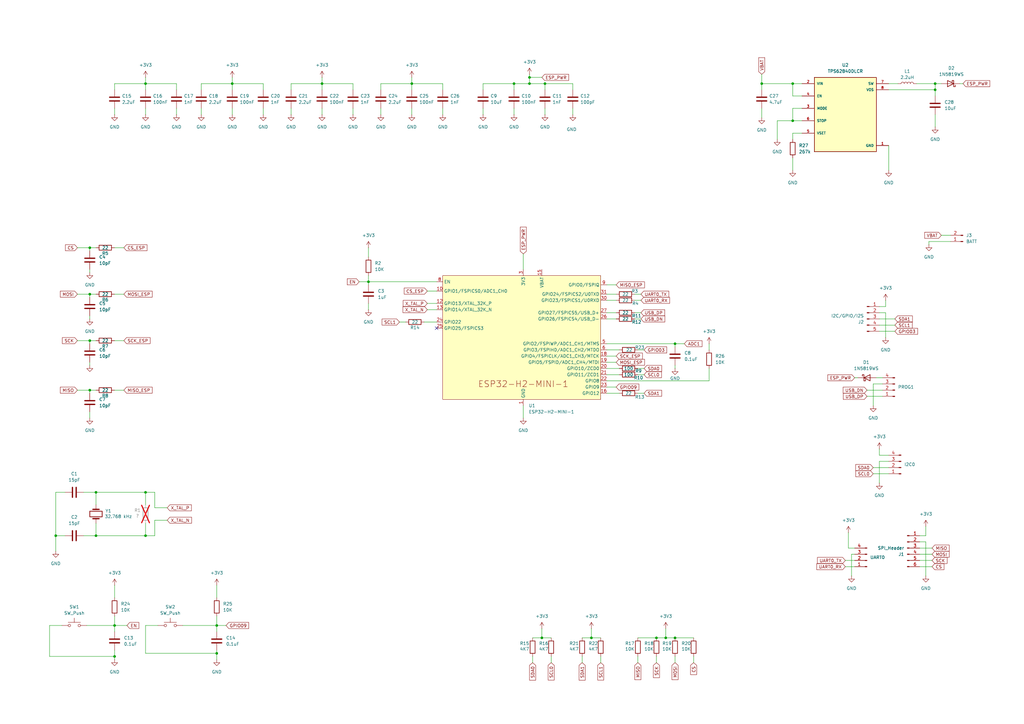
<source format=kicad_sch>
(kicad_sch (version 20231120) (generator "eeschema") (generator_version "8.0")
  (paper "A3")
  (junction (at 39.37 219.71))
  (junction (at 223.52 34.29))
  (junction (at 59.69 201.93))
  (junction (at 325.12 34.29))
  (junction (at 151.13 115.57))
  (junction (at 273.05 261.62))
  (junction (at 36.83 139.7))
  (junction (at 88.9 256.54))
  (junction (at 39.37 201.93))
  (junction (at 242.57 261.62))
  (junction (at 46.99 256.54))
  (junction (at 217.17 34.29))
  (junction (at 276.86 140.97))
  (junction (at 325.12 49.53))
  (junction (at 132.08 34.29))
  (junction (at 383.54 36.83))
  (junction (at 269.24 261.62))
  (junction (at 210.82 34.29))
  (junction (at 59.69 219.71))
  (junction (at 276.86 261.62))
  (junction (at 88.9 267.97))
  (junction (at 383.54 34.29))
  (junction (at 36.83 120.65))
  (junction (at 36.83 160.02))
  (junction (at 22.86 219.71))
  (junction (at 168.91 34.29))
  (junction (at 217.17 31.75))
  (junction (at 222.25 261.62))
  (junction (at 95.25 34.29))
  (junction (at 36.83 101.6))
  (junction (at 312.42 34.29))
  (junction (at 59.69 34.29))
  (junction (at 46.99 269.24))
  (no_connect (at 179.07 134.62))
  (wire (pts (xy 248.92 143.51) (xy 254 143.51)))
  (wire (pts (xy 46.99 266.7) (xy 46.99 269.24)))
  (wire (pts (xy 383.54 34.29) (xy 386.08 34.29)))
  (wire (pts (xy 363.22 128.27) (xy 363.22 138.43)))
  (wire (pts (xy 377.19 227.33) (xy 382.27 227.33)))
  (wire (pts (xy 261.62 153.67) (xy 264.16 153.67)))
  (wire (pts (xy 383.54 46.99) (xy 383.54 52.07)))
  (wire (pts (xy 276.86 151.13) (xy 276.86 149.86)))
  (wire (pts (xy 156.21 44.45) (xy 156.21 46.99)))
  (wire (pts (xy 46.99 256.54) (xy 52.07 256.54)))
  (wire (pts (xy 248.92 123.19) (xy 252.73 123.19)))
  (wire (pts (xy 223.52 44.45) (xy 223.52 46.99)))
  (wire (pts (xy 132.08 44.45) (xy 132.08 46.99)))
  (wire (pts (xy 234.95 36.83) (xy 234.95 34.29)))
  (wire (pts (xy 379.73 219.71) (xy 379.73 215.9)))
  (wire (pts (xy 88.9 256.54) (xy 88.9 259.08)))
  (wire (pts (xy 20.32 256.54) (xy 20.32 269.24)))
  (wire (pts (xy 74.93 256.54) (xy 88.9 256.54)))
  (wire (pts (xy 248.92 128.27) (xy 252.73 128.27)))
  (wire (pts (xy 59.69 34.29) (xy 59.69 36.83)))
  (wire (pts (xy 325.12 44.45) (xy 325.12 49.53)))
  (wire (pts (xy 379.73 236.22) (xy 379.73 222.25)))
  (wire (pts (xy 377.19 232.41) (xy 382.27 232.41)))
  (wire (pts (xy 59.69 34.29) (xy 72.39 34.29)))
  (wire (pts (xy 20.32 256.54) (xy 25.4 256.54)))
  (wire (pts (xy 36.83 139.7) (xy 39.37 139.7)))
  (wire (pts (xy 261.62 143.51) (xy 264.16 143.51)))
  (wire (pts (xy 360.68 189.23) (xy 360.68 198.12)))
  (wire (pts (xy 132.08 34.29) (xy 132.08 36.83)))
  (wire (pts (xy 36.83 101.6) (xy 39.37 101.6)))
  (wire (pts (xy 222.25 261.62) (xy 222.25 257.81)))
  (wire (pts (xy 377.19 229.87) (xy 382.27 229.87)))
  (wire (pts (xy 95.25 31.75) (xy 95.25 34.29)))
  (wire (pts (xy 88.9 252.73) (xy 88.9 256.54)))
  (wire (pts (xy 36.83 148.59) (xy 36.83 149.86)))
  (wire (pts (xy 346.71 229.87) (xy 350.52 229.87)))
  (wire (pts (xy 261.62 161.29) (xy 264.16 161.29)))
  (wire (pts (xy 210.82 34.29) (xy 217.17 34.29)))
  (wire (pts (xy 156.21 34.29) (xy 168.91 34.29)))
  (wire (pts (xy 46.99 240.03) (xy 46.99 245.11)))
  (wire (pts (xy 273.05 257.81) (xy 273.05 261.62)))
  (wire (pts (xy 88.9 256.54) (xy 92.71 256.54)))
  (wire (pts (xy 181.61 44.45) (xy 181.61 46.99)))
  (wire (pts (xy 325.12 64.77) (xy 325.12 69.85)))
  (wire (pts (xy 364.49 69.85) (xy 364.49 59.69)))
  (wire (pts (xy 46.99 36.83) (xy 46.99 34.29)))
  (wire (pts (xy 273.05 261.62) (xy 269.24 261.62)))
  (wire (pts (xy 31.75 101.6) (xy 36.83 101.6)))
  (wire (pts (xy 248.92 151.13) (xy 254 151.13)))
  (wire (pts (xy 46.99 34.29) (xy 59.69 34.29)))
  (wire (pts (xy 95.25 44.45) (xy 95.25 46.99)))
  (wire (pts (xy 151.13 115.57) (xy 151.13 113.03)))
  (wire (pts (xy 226.06 269.24) (xy 226.06 271.78)))
  (wire (pts (xy 261.62 151.13) (xy 264.16 151.13)))
  (wire (pts (xy 36.83 110.49) (xy 36.83 111.76)))
  (wire (pts (xy 119.38 44.45) (xy 119.38 46.99)))
  (wire (pts (xy 46.99 44.45) (xy 46.99 46.99)))
  (wire (pts (xy 119.38 36.83) (xy 119.38 34.29)))
  (wire (pts (xy 22.86 201.93) (xy 22.86 219.71)))
  (wire (pts (xy 328.93 34.29) (xy 325.12 34.29)))
  (wire (pts (xy 276.86 269.24) (xy 276.86 271.78)))
  (wire (pts (xy 31.75 120.65) (xy 36.83 120.65)))
  (wire (pts (xy 248.92 120.65) (xy 252.73 120.65)))
  (wire (pts (xy 88.9 267.97) (xy 88.9 270.51)))
  (wire (pts (xy 217.17 34.29) (xy 223.52 34.29)))
  (wire (pts (xy 328.93 54.61) (xy 325.12 54.61)))
  (wire (pts (xy 210.82 44.45) (xy 210.82 46.99)))
  (wire (pts (xy 248.92 116.84) (xy 252.73 116.84)))
  (wire (pts (xy 88.9 240.03) (xy 88.9 245.11)))
  (wire (pts (xy 63.5 201.93) (xy 59.69 201.93)))
  (wire (pts (xy 318.77 49.53) (xy 318.77 57.15)))
  (wire (pts (xy 349.25 227.33) (xy 349.25 236.22)))
  (wire (pts (xy 82.55 44.45) (xy 82.55 46.99)))
  (wire (pts (xy 234.95 34.29) (xy 223.52 34.29)))
  (wire (pts (xy 261.62 269.24) (xy 261.62 271.78)))
  (wire (pts (xy 284.48 269.24) (xy 284.48 271.78)))
  (wire (pts (xy 248.92 146.05) (xy 252.73 146.05)))
  (wire (pts (xy 360.68 130.81) (xy 367.03 130.81)))
  (wire (pts (xy 46.99 120.65) (xy 50.8 120.65)))
  (wire (pts (xy 82.55 36.83) (xy 82.55 34.29)))
  (wire (pts (xy 355.6 160.02) (xy 361.95 160.02)))
  (wire (pts (xy 276.86 261.62) (xy 284.48 261.62)))
  (wire (pts (xy 151.13 124.46) (xy 151.13 127)))
  (wire (pts (xy 248.92 158.75) (xy 252.73 158.75)))
  (wire (pts (xy 36.83 168.91) (xy 36.83 171.45)))
  (wire (pts (xy 214.63 166.37) (xy 214.63 171.45)))
  (wire (pts (xy 248.92 130.81) (xy 252.73 130.81)))
  (wire (pts (xy 328.93 39.37) (xy 325.12 39.37)))
  (wire (pts (xy 36.83 139.7) (xy 36.83 140.97)))
  (wire (pts (xy 360.68 135.89) (xy 367.03 135.89)))
  (wire (pts (xy 144.78 36.83) (xy 144.78 34.29)))
  (wire (pts (xy 393.7 34.29) (xy 394.97 34.29)))
  (wire (pts (xy 383.54 34.29) (xy 383.54 36.83)))
  (wire (pts (xy 59.69 256.54) (xy 59.69 267.97)))
  (wire (pts (xy 59.69 214.63) (xy 59.69 219.71)))
  (wire (pts (xy 238.76 269.24) (xy 238.76 271.78)))
  (wire (pts (xy 347.98 224.79) (xy 350.52 224.79)))
  (wire (pts (xy 175.26 119.38) (xy 179.07 119.38)))
  (wire (pts (xy 46.99 269.24) (xy 46.99 270.51)))
  (wire (pts (xy 181.61 36.83) (xy 181.61 34.29)))
  (wire (pts (xy 68.58 208.28) (xy 63.5 208.28)))
  (wire (pts (xy 223.52 36.83) (xy 223.52 34.29)))
  (wire (pts (xy 198.12 36.83) (xy 198.12 34.29)))
  (wire (pts (xy 389.89 99.06) (xy 381 99.06)))
  (wire (pts (xy 358.14 157.48) (xy 361.95 157.48)))
  (wire (pts (xy 260.35 123.19) (xy 262.89 123.19)))
  (wire (pts (xy 26.67 201.93) (xy 22.86 201.93)))
  (wire (pts (xy 375.92 34.29) (xy 383.54 34.29)))
  (wire (pts (xy 381 99.06) (xy 381 100.33)))
  (wire (pts (xy 156.21 36.83) (xy 156.21 34.29)))
  (wire (pts (xy 242.57 261.62) (xy 242.57 257.81)))
  (wire (pts (xy 88.9 266.7) (xy 88.9 267.97)))
  (wire (pts (xy 175.26 124.46) (xy 179.07 124.46)))
  (wire (pts (xy 39.37 207.01) (xy 39.37 201.93)))
  (wire (pts (xy 72.39 36.83) (xy 72.39 34.29)))
  (wire (pts (xy 168.91 34.29) (xy 181.61 34.29)))
  (wire (pts (xy 59.69 31.75) (xy 59.69 34.29)))
  (wire (pts (xy 273.05 261.62) (xy 276.86 261.62)))
  (wire (pts (xy 325.12 34.29) (xy 312.42 34.29)))
  (wire (pts (xy 22.86 219.71) (xy 26.67 219.71)))
  (wire (pts (xy 355.6 162.56) (xy 361.95 162.56)))
  (wire (pts (xy 383.54 39.37) (xy 383.54 36.83)))
  (wire (pts (xy 363.22 125.73) (xy 363.22 123.19)))
  (wire (pts (xy 35.56 256.54) (xy 46.99 256.54)))
  (wire (pts (xy 36.83 160.02) (xy 39.37 160.02)))
  (wire (pts (xy 59.69 44.45) (xy 59.69 46.99)))
  (wire (pts (xy 46.99 256.54) (xy 46.99 259.08)))
  (wire (pts (xy 22.86 219.71) (xy 22.86 226.06)))
  (wire (pts (xy 328.93 44.45) (xy 325.12 44.45)))
  (wire (pts (xy 364.49 189.23) (xy 360.68 189.23)))
  (wire (pts (xy 46.99 139.7) (xy 50.8 139.7)))
  (wire (pts (xy 346.71 232.41) (xy 350.52 232.41)))
  (wire (pts (xy 168.91 31.75) (xy 168.91 34.29)))
  (wire (pts (xy 198.12 34.29) (xy 210.82 34.29)))
  (wire (pts (xy 312.42 34.29) (xy 312.42 36.83)))
  (wire (pts (xy 379.73 222.25) (xy 377.19 222.25)))
  (wire (pts (xy 34.29 219.71) (xy 39.37 219.71)))
  (wire (pts (xy 360.68 133.35) (xy 367.03 133.35)))
  (wire (pts (xy 144.78 44.45) (xy 144.78 46.99)))
  (wire (pts (xy 269.24 269.24) (xy 269.24 271.78)))
  (wire (pts (xy 364.49 36.83) (xy 383.54 36.83)))
  (wire (pts (xy 151.13 115.57) (xy 151.13 116.84)))
  (wire (pts (xy 261.62 261.62) (xy 269.24 261.62)))
  (wire (pts (xy 217.17 30.48) (xy 217.17 31.75)))
  (wire (pts (xy 163.83 132.08) (xy 166.37 132.08)))
  (wire (pts (xy 358.14 194.31) (xy 364.49 194.31)))
  (wire (pts (xy 59.69 256.54) (xy 64.77 256.54)))
  (wire (pts (xy 386.08 96.52) (xy 389.89 96.52)))
  (wire (pts (xy 119.38 34.29) (xy 132.08 34.29)))
  (wire (pts (xy 59.69 267.97) (xy 88.9 267.97)))
  (wire (pts (xy 260.35 120.65) (xy 262.89 120.65)))
  (wire (pts (xy 36.83 160.02) (xy 36.83 161.29)))
  (wire (pts (xy 276.86 142.24) (xy 276.86 140.97)))
  (wire (pts (xy 234.95 44.45) (xy 234.95 46.99)))
  (wire (pts (xy 46.99 101.6) (xy 50.8 101.6)))
  (wire (pts (xy 198.12 44.45) (xy 198.12 46.99)))
  (wire (pts (xy 95.25 34.29) (xy 95.25 36.83)))
  (wire (pts (xy 347.98 218.44) (xy 347.98 224.79)))
  (wire (pts (xy 82.55 34.29) (xy 95.25 34.29)))
  (wire (pts (xy 350.52 227.33) (xy 349.25 227.33)))
  (wire (pts (xy 34.29 201.93) (xy 39.37 201.93)))
  (wire (pts (xy 248.92 161.29) (xy 254 161.29)))
  (wire (pts (xy 290.83 156.21) (xy 248.92 156.21)))
  (wire (pts (xy 31.75 139.7) (xy 36.83 139.7)))
  (wire (pts (xy 36.83 120.65) (xy 39.37 120.65)))
  (wire (pts (xy 222.25 261.62) (xy 226.06 261.62)))
  (wire (pts (xy 168.91 44.45) (xy 168.91 46.99)))
  (wire (pts (xy 246.38 269.24) (xy 246.38 271.78)))
  (wire (pts (xy 358.14 166.37) (xy 358.14 157.48)))
  (wire (pts (xy 95.25 34.29) (xy 107.95 34.29)))
  (wire (pts (xy 364.49 186.69) (xy 360.68 186.69)))
  (wire (pts (xy 31.75 160.02) (xy 36.83 160.02)))
  (wire (pts (xy 63.5 208.28) (xy 63.5 201.93)))
  (wire (pts (xy 218.44 261.62) (xy 222.25 261.62)))
  (wire (pts (xy 46.99 252.73) (xy 46.99 256.54)))
  (wire (pts (xy 39.37 219.71) (xy 39.37 214.63)))
  (wire (pts (xy 312.42 34.29) (xy 312.42 30.48)))
  (wire (pts (xy 63.5 219.71) (xy 59.69 219.71)))
  (wire (pts (xy 248.92 140.97) (xy 276.86 140.97)))
  (wire (pts (xy 59.69 201.93) (xy 59.69 207.01)))
  (wire (pts (xy 377.19 219.71) (xy 379.73 219.71)))
  (wire (pts (xy 151.13 101.6) (xy 151.13 105.41)))
  (wire (pts (xy 359.41 154.94) (xy 361.95 154.94)))
  (wire (pts (xy 238.76 261.62) (xy 242.57 261.62)))
  (wire (pts (xy 325.12 49.53) (xy 318.77 49.53)))
  (wire (pts (xy 210.82 34.29) (xy 210.82 36.83)))
  (wire (pts (xy 107.95 36.83) (xy 107.95 34.29)))
  (wire (pts (xy 68.58 213.36) (xy 63.5 213.36)))
  (wire (pts (xy 63.5 213.36) (xy 63.5 219.71)))
  (wire (pts (xy 377.19 224.79) (xy 382.27 224.79)))
  (wire (pts (xy 132.08 31.75) (xy 132.08 34.29)))
  (wire (pts (xy 248.92 153.67) (xy 254 153.67)))
  (wire (pts (xy 248.92 148.59) (xy 252.73 148.59)))
  (wire (pts (xy 325.12 39.37) (xy 325.12 34.29)))
  (wire (pts (xy 312.42 44.45) (xy 312.42 48.26)))
  (wire (pts (xy 39.37 201.93) (xy 59.69 201.93)))
  (wire (pts (xy 217.17 31.75) (xy 217.17 34.29)))
  (wire (pts (xy 242.57 261.62) (xy 246.38 261.62)))
  (wire (pts (xy 360.68 125.73) (xy 363.22 125.73)))
  (wire (pts (xy 175.26 127) (xy 179.07 127)))
  (wire (pts (xy 360.68 128.27) (xy 363.22 128.27)))
  (wire (pts (xy 147.32 115.57) (xy 151.13 115.57)))
  (wire (pts (xy 214.63 104.14) (xy 214.63 110.49)))
  (wire (pts (xy 72.39 44.45) (xy 72.39 46.99)))
  (wire (pts (xy 36.83 102.87) (xy 36.83 101.6)))
  (wire (pts (xy 325.12 54.61) (xy 325.12 57.15)))
  (wire (pts (xy 260.35 128.27) (xy 262.89 128.27)))
  (wire (pts (xy 46.99 160.02) (xy 50.8 160.02)))
  (wire (pts (xy 173.99 132.08) (xy 179.07 132.08)))
  (wire (pts (xy 360.68 186.69) (xy 360.68 184.15)))
  (wire (pts (xy 107.95 44.45) (xy 107.95 46.99)))
  (wire (pts (xy 350.52 154.94) (xy 351.79 154.94)))
  (wire (pts (xy 217.17 31.75) (xy 222.25 31.75)))
  (wire (pts (xy 328.93 49.53) (xy 325.12 49.53)))
  (wire (pts (xy 168.91 34.29) (xy 168.91 36.83)))
  (wire (pts (xy 276.86 140.97) (xy 280.67 140.97)))
  (wire (pts (xy 36.83 129.54) (xy 36.83 130.81)))
  (wire (pts (xy 36.83 120.65) (xy 36.83 121.92)))
  (wire (pts (xy 290.83 151.13) (xy 290.83 156.21)))
  (wire (pts (xy 218.44 269.24) (xy 218.44 271.78)))
  (wire (pts (xy 358.14 191.77) (xy 364.49 191.77)))
  (wire (pts (xy 260.35 130.81) (xy 262.89 130.81)))
  (wire (pts (xy 364.49 34.29) (xy 368.3 34.29)))
  (wire (pts (xy 132.08 34.29) (xy 144.78 34.29)))
  (wire (pts (xy 20.32 269.24) (xy 46.99 269.24)))
  (wire (pts (xy 39.37 219.71) (xy 59.69 219.71)))
  (wire (pts (xy 290.83 140.97) (xy 290.83 143.51)))
  (wire (pts (xy 151.13 115.57) (xy 179.07 115.57)))
  (global_label "UART0_RX" (shape input) (at 346.71 232.41 180) (property "Intersheetrefs" "${INTERSHEET_REFS}" (effects (hide yes))))
  (global_label "MOSI" (shape input) (at 31.75 120.65 180) (property "Intersheetrefs" "${INTERSHEET_REFS}" (effects (hide yes))))
  (global_label "EN" (shape input) (at 52.07 256.54 0) (property "Intersheetrefs" "${INTERSHEET_REFS}" (effects (hide yes))))
  (global_label "SCL0" (shape input) (at 358.14 194.31 180) (property "Intersheetrefs" "${INTERSHEET_REFS}" (effects (hide yes))))
  (global_label "GPIO03" (shape input) (at 264.16 143.51 0) (property "Intersheetrefs" "${INTERSHEET_REFS}" (effects (hide yes))))
  (global_label "ESP_PWR" (shape input) (at 214.63 104.14 90) (property "Intersheetrefs" "${INTERSHEET_REFS}" (effects (hide yes))))
  (global_label "ESP_PWR" (shape input) (at 394.97 34.29 0) (property "Intersheetrefs" "${INTERSHEET_REFS}" (effects (hide yes))))
  (global_label "ADC1" (shape input) (at 280.67 140.97 0) (property "Intersheetrefs" "${INTERSHEET_REFS}" (effects (hide yes))))
  (global_label "CS_ESP" (shape input) (at 175.26 119.38 180) (property "Intersheetrefs" "${INTERSHEET_REFS}" (effects (hide yes))))
  (global_label "USB_DN" (shape input) (at 355.6 160.02 180) (property "Intersheetrefs" "${INTERSHEET_REFS}" (effects (hide yes))))
  (global_label "SCK" (shape input) (at 31.75 139.7 180) (property "Intersheetrefs" "${INTERSHEET_REFS}" (effects (hide yes))))
  (global_label "MOSI" (shape input) (at 382.27 227.33 0) (property "Intersheetrefs" "${INTERSHEET_REFS}" (effects (hide yes))))
  (global_label "MISO_ESP" (shape input) (at 252.73 116.84 0) (property "Intersheetrefs" "${INTERSHEET_REFS}" (effects (hide yes))))
  (global_label "SCL1" (shape input) (at 246.38 271.78 270) (property "Intersheetrefs" "${INTERSHEET_REFS}" (effects (hide yes))))
  (global_label "CS" (shape input) (at 382.27 232.41 0) (property "Intersheetrefs" "${INTERSHEET_REFS}" (effects (hide yes))))
  (global_label "VBAT" (shape input) (at 386.08 96.52 180) (property "Intersheetrefs" "${INTERSHEET_REFS}" (effects (hide yes))))
  (global_label "EN" (shape input) (at 147.32 115.57 180) (property "Intersheetrefs" "${INTERSHEET_REFS}" (effects (hide yes))))
  (global_label "ESP_PWR" (shape input) (at 350.52 154.94 180) (property "Intersheetrefs" "${INTERSHEET_REFS}" (effects (hide yes))))
  (global_label "SCL1" (shape input) (at 367.03 133.35 0) (property "Intersheetrefs" "${INTERSHEET_REFS}" (effects (hide yes))))
  (global_label "GPIO03" (shape input) (at 367.03 135.89 0) (property "Intersheetrefs" "${INTERSHEET_REFS}" (effects (hide yes))))
  (global_label "SCL1" (shape input) (at 163.83 132.08 180) (property "Intersheetrefs" "${INTERSHEET_REFS}" (effects (hide yes))))
  (global_label "CS" (shape input) (at 31.75 101.6 180) (property "Intersheetrefs" "${INTERSHEET_REFS}" (effects (hide yes))))
  (global_label "SCK_ESP" (shape input) (at 252.73 146.05 0) (property "Intersheetrefs" "${INTERSHEET_REFS}" (effects (hide yes))))
  (global_label "X_TAL_N" (shape input) (at 68.58 213.36 0) (property "Intersheetrefs" "${INTERSHEET_REFS}" (effects (hide yes))))
  (global_label "X_TAL_N" (shape input) (at 175.26 127 180) (property "Intersheetrefs" "${INTERSHEET_REFS}" (effects (hide yes))))
  (global_label "SCK_ESP" (shape input) (at 50.8 139.7 0) (property "Intersheetrefs" "${INTERSHEET_REFS}" (effects (hide yes))))
  (global_label "MISO" (shape input) (at 31.75 160.02 180) (property "Intersheetrefs" "${INTERSHEET_REFS}" (effects (hide yes))))
  (global_label "SCL0" (shape input) (at 226.06 271.78 270) (property "Intersheetrefs" "${INTERSHEET_REFS}" (effects (hide yes))))
  (global_label "CS" (shape input) (at 284.48 271.78 270) (property "Intersheetrefs" "${INTERSHEET_REFS}" (effects (hide yes))))
  (global_label "UART0_TX" (shape input) (at 262.89 120.65 0) (property "Intersheetrefs" "${INTERSHEET_REFS}" (effects (hide yes))))
  (global_label "X_TAL_P" (shape input) (at 175.26 124.46 180) (property "Intersheetrefs" "${INTERSHEET_REFS}" (effects (hide yes))))
  (global_label "USB_DN" (shape input) (at 262.89 130.81 0) (property "Intersheetrefs" "${INTERSHEET_REFS}" (effects (hide yes))))
  (global_label "MOSI" (shape input) (at 276.86 271.78 270) (property "Intersheetrefs" "${INTERSHEET_REFS}" (effects (hide yes))))
  (global_label "SDA0" (shape input) (at 264.16 151.13 0) (property "Intersheetrefs" "${INTERSHEET_REFS}" (effects (hide yes))))
  (global_label "MOSI_ESP" (shape input) (at 252.73 148.59 0) (property "Intersheetrefs" "${INTERSHEET_REFS}" (effects (hide yes))))
  (global_label "GPIO09" (shape input) (at 252.73 158.75 0) (property "Intersheetrefs" "${INTERSHEET_REFS}" (effects (hide yes))))
  (global_label "SCK" (shape input) (at 269.24 271.78 270) (property "Intersheetrefs" "${INTERSHEET_REFS}" (effects (hide yes))))
  (global_label "SDA1" (shape input) (at 264.16 161.29 0) (property "Intersheetrefs" "${INTERSHEET_REFS}" (effects (hide yes))))
  (global_label "MISO" (shape input) (at 382.27 224.79 0) (property "Intersheetrefs" "${INTERSHEET_REFS}" (effects (hide yes))))
  (global_label "USB_DP" (shape input) (at 262.89 128.27 0) (property "Intersheetrefs" "${INTERSHEET_REFS}" (effects (hide yes))))
  (global_label "VBAT" (shape input) (at 312.42 30.48 90) (property "Intersheetrefs" "${INTERSHEET_REFS}" (effects (hide yes))))
  (global_label "MISO" (shape input) (at 261.62 271.78 270) (property "Intersheetrefs" "${INTERSHEET_REFS}" (effects (hide yes))))
  (global_label "MISO_ESP" (shape input) (at 50.8 160.02 0) (property "Intersheetrefs" "${INTERSHEET_REFS}" (effects (hide yes))))
  (global_label "SDA0" (shape input) (at 358.14 191.77 180) (property "Intersheetrefs" "${INTERSHEET_REFS}" (effects (hide yes))))
  (global_label "SDA0" (shape input) (at 218.44 271.78 270) (property "Intersheetrefs" "${INTERSHEET_REFS}" (effects (hide yes))))
  (global_label "CS_ESP" (shape input) (at 50.8 101.6 0) (property "Intersheetrefs" "${INTERSHEET_REFS}" (effects (hide yes))))
  (global_label "SDA1" (shape input) (at 367.03 130.81 0) (property "Intersheetrefs" "${INTERSHEET_REFS}" (effects (hide yes))))
  (global_label "MOSI_ESP" (shape input) (at 50.8 120.65 0) (property "Intersheetrefs" "${INTERSHEET_REFS}" (effects (hide yes))))
  (global_label "SDA1" (shape input) (at 238.76 271.78 270) (property "Intersheetrefs" "${INTERSHEET_REFS}" (effects (hide yes))))
  (global_label "X_TAL_P" (shape input) (at 68.58 208.28 0) (property "Intersheetrefs" "${INTERSHEET_REFS}" (effects (hide yes))))
  (global_label "ESP_PWR" (shape input) (at 222.25 31.75 0) (property "Intersheetrefs" "${INTERSHEET_REFS}" (effects (hide yes))))
  (global_label "USB_DP" (shape input) (at 355.6 162.56 180) (property "Intersheetrefs" "${INTERSHEET_REFS}" (effects (hide yes))))
  (global_label "UART0_RX" (shape input) (at 262.89 123.19 0) (property "Intersheetrefs" "${INTERSHEET_REFS}" (effects (hide yes))))
  (global_label "GPIO09" (shape input) (at 92.71 256.54 0) (property "Intersheetrefs" "${INTERSHEET_REFS}" (effects (hide yes))))
  (global_label "UART0_TX" (shape input) (at 346.71 229.87 180) (property "Intersheetrefs" "${INTERSHEET_REFS}" (effects (hide yes))))
  (global_label "SCL0" (shape input) (at 264.16 153.67 0) (property "Intersheetrefs" "${INTERSHEET_REFS}" (effects (hide yes))))
  (global_label "SCK" (shape input) (at 382.27 229.87 0) (property "Intersheetrefs" "${INTERSHEET_REFS}" (effects (hide yes))))
  (symbol (lib_id "power:GND") (at 46.99 46.99 0) (unit 1)
    (property "Reference" "#PWR035" (effects (hide yes)))
    (property "Value" "GND" (at 46.99 52.07 0))
    (property "Description" "Power symbol creates a global label with name \"GND\" , ground" (effects (hide yes)))
  )
  (symbol (lib_id "Device:R") (at 257.81 153.67 270) (unit 1)
    (property "Reference" "R10" (at 261.874 154.94 90))
    (property "Value" "100" (at 257.81 153.67 90))
    (property "Footprint" "Resistor_SMD:R_0603_1608Metric" (effects (hide yes)))
    (property "Description" "Resistor" (effects (hide yes)))
  )
  (symbol (lib_id "Connector:Conn_01x04_Pin") (at 369.57 191.77 180) (unit 1)
    (property "Reference" "I2C0" (at 370.84 190.4999 0) (effects (justify right)))
    (property "Value" "Conn_01x04_Pin" (effects (hide yes)))
    (property "Footprint" "Connector_JST:JST_PH_S4B-PH-K_1x04_P2.00mm_Horizontal" (effects (hide yes)))
    (property "Description" "Generic connector, single row, 01x04, script generated" (effects (hide yes)))
  )
  (symbol (lib_id "Device:R") (at 325.12 60.96 0) (unit 1)
    (property "Reference" "R27" (at 327.66 59.6899 0) (effects (justify left)))
    (property "Value" "267k" (at 327.66 62.2299 0) (effects (justify left)))
    (property "Footprint" "Resistor_SMD:R_0603_1608Metric" (effects (hide yes)))
    (property "Description" "Resistor" (effects (hide yes)))
  )
  (symbol (lib_id "power:+3V3") (at 273.05 257.81 0) (unit 1)
    (property "Reference" "#PWR027" (effects (hide yes)))
    (property "Value" "+3V3" (at 273.05 252.73 0))
    (property "Description" "Power symbol creates a global label with name \"+3V3\"" (effects (hide yes)))
  )
  (symbol (lib_id "power:+3V3") (at 360.68 184.15 0) (unit 1)
    (property "Reference" "#PWR030" (effects (hide yes)))
    (property "Value" "+3V3" (at 360.68 179.07 0))
    (property "Description" "Power symbol creates a global label with name \"+3V3\"" (effects (hide yes)))
  )
  (symbol (lib_id "power:GND") (at 36.83 130.81 0) (unit 1)
    (property "Reference" "#PWR010" (effects (hide yes)))
    (property "Value" "GND" (at 36.83 135.89 0))
    (property "Description" "Power symbol creates a global label with name \"GND\" , ground" (effects (hide yes)))
  )
  (symbol (lib_id "Connector:Conn_01x02_Pin") (at 394.97 99.06 180) (unit 1)
    (property "Reference" "J3" (at 396.24 96.5199 0) (effects (justify right)))
    (property "Value" "BATT" (at 396.24 99.0599 0) (effects (justify right)))
    (property "Footprint" "Connector_JST:JST_PH_S2B-PH-K_1x02_P2.00mm_Horizontal" (effects (hide yes)))
    (property "Description" "Generic connector, single row, 01x02, script generated" (effects (hide yes)))
  )
  (symbol (lib_id "Device:R") (at 218.44 265.43 180) (unit 1)
    (property "Reference" "R15" (at 215.138 263.906 0))
    (property "Value" "4K7" (at 215.138 266.192 0))
    (property "Footprint" "Resistor_SMD:R_0603_1608Metric" (effects (hide yes)))
    (property "Description" "Resistor" (effects (hide yes)))
  )
  (symbol (lib_id "power:GND") (at 276.86 151.13 0) (unit 1)
    (property "Reference" "#PWR012" (effects (hide yes)))
    (property "Value" "GND" (at 276.86 155.194 0))
    (property "Description" "Power symbol creates a global label with name \"GND\" , ground" (effects (hide yes)))
  )
  (symbol (lib_id "power:+3V3") (at 347.98 218.44 0) (unit 1)
    (property "Reference" "#PWR05" (effects (hide yes)))
    (property "Value" "+3V3" (at 347.98 213.36 0))
    (property "Description" "Power symbol creates a global label with name \"+3V3\"" (effects (hide yes)))
  )
  (symbol (lib_id "Connector:Conn_01x04_Pin") (at 367.03 160.02 180) (unit 1)
    (property "Reference" "PROG1" (at 368.3 158.7499 0) (effects (justify right)))
    (property "Value" "Conn_01x04_Pin" (effects (hide yes)))
    (property "Footprint" "Connector_JST:JST_PH_S4B-PH-K_1x04_P2.00mm_Horizontal" (effects (hide yes)))
    (property "Description" "Generic connector, single row, 01x04, script generated" (effects (hide yes)))
  )
  (symbol (lib_id "power:GND") (at 36.83 171.45 0) (unit 1)
    (property "Reference" "#PWR08" (effects (hide yes)))
    (property "Value" "GND" (at 36.83 176.53 0))
    (property "Description" "Power symbol creates a global label with name \"GND\" , ground" (effects (hide yes)))
  )
  (symbol (lib_id "Device:C") (at 151.13 120.65 0) (unit 1)
    (property "Reference" "C3" (at 154.94 119.3799 0) (effects (justify left)))
    (property "Value" "1uF" (at 154.94 121.9199 0) (effects (justify left)))
    (property "Footprint" "Capacitor_SMD:C_0603_1608Metric" (effects (hide yes)))
    (property "Description" "Unpolarized capacitor" (effects (hide yes)))
  )
  (symbol (lib_id "power:+3V3") (at 363.22 123.19 0) (unit 1)
    (property "Reference" "#PWR031" (effects (hide yes)))
    (property "Value" "+3V3" (at 363.22 118.11 0))
    (property "Description" "Power symbol creates a global label with name \"+3V3\"" (effects (hide yes)))
  )
  (symbol (lib_id "power:GND") (at 119.38 46.99 0) (unit 1)
    (property "Reference" "#PWR041" (effects (hide yes)))
    (property "Value" "GND" (at 119.38 52.07 0))
    (property "Description" "Power symbol creates a global label with name \"GND\" , ground" (effects (hide yes)))
  )
  (symbol (lib_id "power:+3V3") (at 132.08 31.75 0) (unit 1)
    (property "Reference" "#PWR034" (effects (hide yes)))
    (property "Value" "+3V3" (at 132.08 26.67 0))
    (property "Description" "Power symbol creates a global label with name \"+3V3\"" (effects (hide yes)))
  )
  (symbol (lib_id "power:+3V3") (at 59.69 31.75 0) (unit 1)
    (property "Reference" "#PWR032" (effects (hide yes)))
    (property "Value" "+3V3" (at 59.69 26.67 0))
    (property "Description" "Power symbol creates a global label with name \"+3V3\"" (effects (hide yes)))
  )
  (symbol (lib_id "Device:R") (at 257.81 151.13 270) (unit 1)
    (property "Reference" "R9" (at 261.874 152.146 90))
    (property "Value" "100" (at 257.81 151.13 90))
    (property "Footprint" "Resistor_SMD:R_0603_1608Metric" (effects (hide yes)))
    (property "Description" "Resistor" (effects (hide yes)))
  )
  (symbol (lib_id "Connector:Conn_01x06_Pin") (at 372.11 224.79 0) (unit 1)
    (property "Reference" "J1" (at 370.84 227.3301 0) (effects (justify right)))
    (property "Value" "SPI_Header" (at 370.84 224.7901 0) (effects (justify right)))
    (property "Footprint" "Connector_JST:JST_PH_S6B-PH-K_1x06_P2.00mm_Horizontal" (effects (hide yes)))
    (property "Description" "Generic connector, single row, 01x06, script generated" (effects (hide yes)))
  )
  (symbol (lib_id "Device:R") (at 257.81 143.51 270) (unit 1)
    (property "Reference" "R23" (at 262.382 142.494 90))
    (property "Value" "22" (at 258.064 143.51 90))
    (property "Footprint" "Resistor_SMD:R_0603_1608Metric" (effects (hide yes)))
    (property "Description" "Resistor" (effects (hide yes)))
  )
  (symbol (lib_id "power:GND") (at 210.82 46.99 0) (unit 1)
    (property "Reference" "#PWR020" (effects (hide yes)))
    (property "Value" "GND" (at 210.82 52.07 0))
    (property "Description" "Power symbol creates a global label with name \"GND\" , ground" (effects (hide yes)))
  )
  (symbol (lib_id "Device:C") (at 223.52 40.64 0) (unit 1)
    (property "Reference" "C11" (at 226.568 39.37 0) (effects (justify left)))
    (property "Value" "1nF" (at 226.568 41.91 0) (effects (justify left)))
    (property "Footprint" "Capacitor_SMD:C_0603_1608Metric" (effects (hide yes)))
    (property "Description" "Unpolarized capacitor" (effects (hide yes)))
  )
  (symbol (lib_id "power:GND") (at 151.13 127 0) (unit 1)
    (property "Reference" "#PWR04" (effects (hide yes)))
    (property "Value" "GND" (at 151.13 132.08 0))
    (property "Description" "Power symbol creates a global label with name \"GND\" , ground" (effects (hide yes)))
  )
  (symbol (lib_id "Device:C") (at 156.21 40.64 0) (unit 1)
    (property "Reference" "C24" (at 159.258 39.37 0) (effects (justify left)))
    (property "Value" "2.2uF" (at 159.258 41.91 0) (effects (justify left)))
    (property "Footprint" "Capacitor_SMD:C_0603_1608Metric" (effects (hide yes)))
    (property "Description" "Unpolarized capacitor" (effects (hide yes)))
  )
  (symbol (lib_id "Device:C") (at 210.82 40.64 0) (unit 1)
    (property "Reference" "C10" (at 213.868 39.37 0) (effects (justify left)))
    (property "Value" "100nF" (at 213.868 41.91 0) (effects (justify left)))
    (property "Footprint" "Capacitor_SMD:C_0603_1608Metric" (effects (hide yes)))
    (property "Description" "Unpolarized capacitor" (effects (hide yes)))
  )
  (symbol (lib_id "Device:C") (at 82.55 40.64 0) (unit 1)
    (property "Reference" "C18" (at 85.598 39.37 0) (effects (justify left)))
    (property "Value" "2.2uF" (at 85.598 41.91 0) (effects (justify left)))
    (property "Footprint" "Capacitor_SMD:C_0603_1608Metric" (effects (hide yes)))
    (property "Description" "Unpolarized capacitor" (effects (hide yes)))
  )
  (symbol (lib_id "Device:C") (at 132.08 40.64 0) (unit 1)
    (property "Reference" "C22" (at 135.128 39.37 0) (effects (justify left)))
    (property "Value" "100nF" (at 135.128 41.91 0) (effects (justify left)))
    (property "Footprint" "Capacitor_SMD:C_0603_1608Metric" (effects (hide yes)))
    (property "Description" "Unpolarized capacitor" (effects (hide yes)))
  )
  (symbol (lib_id "power:GND") (at 22.86 226.06 0) (unit 1)
    (property "Reference" "#PWR01" (effects (hide yes)))
    (property "Value" "GND" (at 22.86 231.14 0))
    (property "Description" "Power symbol creates a global label with name \"GND\" , ground" (effects (hide yes)))
  )
  (symbol (lib_id "Device:C") (at 312.42 40.64 0) (unit 1)
    (property "Reference" "C27" (at 315.468 39.37 0) (effects (justify left)))
    (property "Value" "4.7uF" (at 315.468 41.91 0) (effects (justify left)))
    (property "Footprint" "Capacitor_SMD:C_0603_1608Metric" (effects (hide yes)))
    (property "Datasheet" "GRM155R61A475MEAAD" (effects (hide yes)))
    (property "Description" "Unpolarized capacitor" (effects (hide yes)))
  )
  (symbol (lib_id "Device:R") (at 257.81 161.29 270) (unit 1)
    (property "Reference" "R13" (at 262.382 162.814 90))
    (property "Value" "22" (at 257.81 161.29 90))
    (property "Footprint" "Resistor_SMD:R_0603_1608Metric" (effects (hide yes)))
    (property "Description" "Resistor" (effects (hide yes)))
  )
  (symbol (lib_id "power:GND") (at 168.91 46.99 0) (unit 1)
    (property "Reference" "#PWR046" (effects (hide yes)))
    (property "Value" "GND" (at 168.91 52.07 0))
    (property "Description" "Power symbol creates a global label with name \"GND\" , ground" (effects (hide yes)))
  )
  (symbol (lib_id "power:GND") (at 181.61 46.99 0) (unit 1)
    (property "Reference" "#PWR047" (effects (hide yes)))
    (property "Value" "GND" (at 181.61 52.07 0))
    (property "Description" "Power symbol creates a global label with name \"GND\" , ground" (effects (hide yes)))
  )
  (symbol (lib_id "Device:C") (at 276.86 146.05 0) (unit 1)
    (property "Reference" "C8" (at 280.67 144.7799 0) (effects (justify left)))
    (property "Value" "0.1uF" (at 280.67 147.3199 0) (effects (justify left)))
    (property "Footprint" "Capacitor_SMD:C_0603_1608Metric" (effects (hide yes)))
    (property "Description" "Unpolarized capacitor" (effects (hide yes)))
  )
  (symbol (lib_id "Diode:1N5819WS") (at 389.89 34.29 180) (unit 1)
    (property "Reference" "D2" (at 390.2075 27.94 0))
    (property "Value" "1N5819WS" (at 390.2075 30.48 0))
    (property "Footprint" "Diode_SMD:D_SOD-323" (effects (hide yes)))
    (property "Datasheet" "https://datasheet.lcsc.com/lcsc/2204281430_Guangdong-Hottech-1N5819WS_C191023.pdf" (effects (hide yes)))
    (property "Description" "40V 600mV@1A 1A SOD-323 Schottky Barrier Diodes, SOD-323" (effects (hide yes)))
  )
  (symbol (lib_id "power:+3V3") (at 46.99 240.03 0) (unit 1)
    (property "Reference" "#PWR02" (effects (hide yes)))
    (property "Value" "+3V3" (at 46.99 234.95 0))
    (property "Description" "Power symbol creates a global label with name \"+3V3\"" (effects (hide yes)))
  )
  (symbol (lib_id "power:GND") (at 107.95 46.99 0) (unit 1)
    (property "Reference" "#PWR040" (effects (hide yes)))
    (property "Value" "GND" (at 107.95 52.07 0))
    (property "Description" "Power symbol creates a global label with name \"GND\" , ground" (effects (hide yes)))
  )
  (symbol (lib_id "power:GND") (at 364.49 69.85 0) (unit 1)
    (property "Reference" "#PWR055" (effects (hide yes)))
    (property "Value" "GND" (at 364.49 74.93 0))
    (property "Description" "Power symbol creates a global label with name \"GND\" , ground" (effects (hide yes)))
  )
  (symbol (lib_id "Device:C") (at 234.95 40.64 0) (unit 1)
    (property "Reference" "C12" (at 237.998 39.37 0) (effects (justify left)))
    (property "Value" "100pF" (at 237.998 41.91 0) (effects (justify left)))
    (property "Footprint" "Capacitor_SMD:C_0603_1608Metric" (effects (hide yes)))
    (property "Description" "Unpolarized capacitor" (effects (hide yes)))
  )
  (symbol (lib_id "Device:R") (at 256.54 123.19 270) (unit 1)
    (property "Reference" "R4" (at 260.604 124.46 90))
    (property "Value" "22" (at 256.54 123.19 90))
    (property "Footprint" "Resistor_SMD:R_0603_1608Metric" (effects (hide yes)))
    (property "Description" "Resistor" (effects (hide yes)))
  )
  (symbol (lib_id "Device:C") (at 181.61 40.64 0) (unit 1)
    (property "Reference" "C26" (at 184.658 39.37 0) (effects (justify left)))
    (property "Value" "1nF" (at 184.658 41.91 0) (effects (justify left)))
    (property "Footprint" "Capacitor_SMD:C_0603_1608Metric" (effects (hide yes)))
    (property "Description" "Unpolarized capacitor" (effects (hide yes)))
  )
  (symbol (lib_id "Device:C") (at 36.83 106.68 0) (unit 1)
    (property "Reference" "C4" (at 40.64 105.4099 0) (effects (justify left)))
    (property "Value" "10pF" (at 40.64 107.9499 0) (effects (justify left)))
    (property "Footprint" "Capacitor_SMD:C_0603_1608Metric" (effects (hide yes)))
    (property "Description" "Unpolarized capacitor" (effects (hide yes)))
  )
  (symbol (lib_id "power:+3V3") (at 242.57 257.81 0) (unit 1)
    (property "Reference" "#PWR028" (effects (hide yes)))
    (property "Value" "+3V3" (at 242.57 252.73 0))
    (property "Description" "Power symbol creates a global label with name \"+3V3\"" (effects (hide yes)))
  )
  (symbol (lib_id "power:GND") (at 379.73 236.22 0) (unit 1)
    (property "Reference" "#PWR013" (effects (hide yes)))
    (property "Value" "GND" (at 379.73 241.3 0))
    (property "Description" "Power symbol creates a global label with name \"GND\" , ground" (effects (hide yes)))
  )
  (symbol (lib_id "Device:R") (at 43.18 139.7 90) (mirror x) (unit 1)
    (property "Reference" "R7" (at 43.18 141.986 90))
    (property "Value" "22" (at 43.18 139.7 90))
    (property "Footprint" "Resistor_SMD:R_0603_1608Metric" (effects (hide yes)))
    (property "Description" "Resistor" (effects (hide yes)))
  )
  (symbol (lib_id "Switch:SW_Push") (at 69.85 256.54 0) (unit 1)
    (property "Reference" "SW2" (at 69.85 248.92 0))
    (property "Value" "SW_Push" (at 69.85 251.46 0))
    (property "Footprint" "User imports:SW_TS-1088-AR02016" (effects (hide yes)))
    (property "Description" "Push button switch, generic, two pins" (effects (hide yes)))
  )
  (symbol (lib_id "power:GND") (at 144.78 46.99 0) (unit 1)
    (property "Reference" "#PWR043" (effects (hide yes)))
    (property "Value" "GND" (at 144.78 52.07 0))
    (property "Description" "Power symbol creates a global label with name \"GND\" , ground" (effects (hide yes)))
  )
  (symbol (lib_id "Device:R") (at 284.48 265.43 180) (unit 1)
    (property "Reference" "R20" (at 281.432 263.906 0))
    (property "Value" "10K" (at 281.432 266.192 0))
    (property "Footprint" "Resistor_SMD:R_0603_1608Metric" (effects (hide yes)))
    (property "Description" "Resistor" (effects (hide yes)))
  )
  (symbol (lib_id "Device:C") (at 36.83 144.78 0) (unit 1)
    (property "Reference" "C6" (at 40.64 143.5099 0) (effects (justify left)))
    (property "Value" "10pF" (at 40.64 146.0499 0) (effects (justify left)))
    (property "Footprint" "Capacitor_SMD:C_0603_1608Metric" (effects (hide yes)))
    (property "Description" "Unpolarized capacitor" (effects (hide yes)))
  )
  (symbol (lib_id "TPS62840DLCR:TPS62840DLCR") (at 346.71 46.99 0) (unit 1)
    (property "Reference" "U2" (at 346.71 26.67 0))
    (property "Value" "TPS62840DLCR" (at 346.71 29.21 0))
    (property "Footprint" "User_imports:SON50P200X150X100-8N" (effects (hide yes)))
    (property "MF" "Texas Instruments" (effects (hide yes)))
    (property "MOUSER-PURCHASE-URL" "https://snapeda.com/shop?store=Mouser&id=4216699" (effects (hide yes)))
    (property "DESCRIPTION" "60-nA IQ, 1.8-V to 6.5-VIN, high-efficiency 750-mA step-down converter 8-VSON-HR -40 to 125" (effects (hide yes)))
    (property "PACKAGE" "VSON-HR-8 Texas Instruments" (effects (hide yes)))
    (property "PRICE" "None" (effects (hide yes)))
    (property "Package" "VSON-HR-8 Texas Instruments" (effects (hide yes)))
    (property "Check_prices" "https://www.snapeda.com/parts/TPS62840DLCR/Texas+Instruments/view-part/?ref=eda" (effects (hide yes)))
    (property "Price" "None" (effects (hide yes)))
    (property "SnapEDA_Link" "https://www.snapeda.com/parts/TPS62840DLCR/Texas+Instruments/view-part/?ref=snap" (effects (hide yes)))
    (property "MP" "TPS62840DLCR" (effects (hide yes)))
    (property "TEXAS_INSTRUMENTS-PURCHASE-URL" "https://snapeda.com/shop?store=Texas+Instruments&id=4216699" (effects (hide yes)))
    (property "Availability" "In Stock" (effects (hide yes)))
    (property "AVAILABILITY" "Warning" (effects (hide yes)))
    (property "Description_1" "\n                        \n                            60-nA quiescent current (IQ), 1.8-V to 6.5-VIN, high-efficiency 750-mA step-down converter\n                        \n" (effects (hide yes)))
  )
  (symbol (lib_id "power:GND") (at 383.54 52.07 0) (unit 1)
    (property "Reference" "#PWR052" (effects (hide yes)))
    (property "Value" "GND" (at 383.54 57.15 0))
    (property "Description" "Power symbol creates a global label with name \"GND\" , ground" (effects (hide yes)))
  )
  (symbol (lib_id "Device:R") (at 290.83 147.32 0) (unit 1)
    (property "Reference" "R26" (at 293.37 146.0499 0) (effects (justify left)))
    (property "Value" "10K" (at 293.37 148.5899 0) (effects (justify left)))
    (property "Footprint" "Resistor_SMD:R_0603_1608Metric" (effects (hide yes)))
    (property "Description" "Resistor" (effects (hide yes)))
  )
  (symbol (lib_id "Device:R") (at 170.18 132.08 270) (unit 1)
    (property "Reference" "R14" (at 170.18 134.366 90))
    (property "Value" "22" (at 170.18 132.08 90))
    (property "Footprint" "Resistor_SMD:R_0603_1608Metric" (effects (hide yes)))
    (property "Description" "Resistor" (effects (hide yes)))
  )
  (symbol (lib_id "power:GND") (at 156.21 46.99 0) (unit 1)
    (property "Reference" "#PWR045" (effects (hide yes)))
    (property "Value" "GND" (at 156.21 52.07 0))
    (property "Description" "Power symbol creates a global label with name \"GND\" , ground" (effects (hide yes)))
  )
  (symbol (lib_id "Device:C") (at 107.95 40.64 0) (unit 1)
    (property "Reference" "C20" (at 110.998 39.37 0) (effects (justify left)))
    (property "Value" "1nF" (at 110.998 41.91 0) (effects (justify left)))
    (property "Footprint" "Capacitor_SMD:C_0603_1608Metric" (effects (hide yes)))
    (property "Description" "Unpolarized capacitor" (effects (hide yes)))
  )
  (symbol (lib_id "power:+3V3") (at 379.73 215.9 0) (unit 1)
    (property "Reference" "#PWR029" (effects (hide yes)))
    (property "Value" "+3V3" (at 379.73 210.82 0))
    (property "Description" "Power symbol creates a global label with name \"+3V3\"" (effects (hide yes)))
  )
  (symbol (lib_id "power:GND") (at 36.83 149.86 0) (unit 1)
    (property "Reference" "#PWR09" (effects (hide yes)))
    (property "Value" "GND" (effects (hide yes)))
    (property "Description" "Power symbol creates a global label with name \"GND\" , ground" (effects (hide yes)))
  )
  (symbol (lib_id "Device:C") (at 72.39 40.64 0) (unit 1)
    (property "Reference" "C17" (at 75.438 39.37 0) (effects (justify left)))
    (property "Value" "1nF" (at 75.438 41.91 0) (effects (justify left)))
    (property "Footprint" "Capacitor_SMD:C_0603_1608Metric" (effects (hide yes)))
    (property "Description" "Unpolarized capacitor" (effects (hide yes)))
  )
  (symbol (lib_id "power:GND") (at 223.52 46.99 0) (unit 1)
    (property "Reference" "#PWR021" (effects (hide yes)))
    (property "Value" "GND" (at 223.52 52.07 0))
    (property "Description" "Power symbol creates a global label with name \"GND\" , ground" (effects (hide yes)))
  )
  (symbol (lib_id "Device:R") (at 261.62 265.43 180) (unit 1)
    (property "Reference" "R17" (at 258.318 263.906 0))
    (property "Value" "10K" (at 258.318 266.192 0))
    (property "Footprint" "Resistor_SMD:R_0603_1608Metric" (effects (hide yes)))
    (property "Description" "Resistor" (effects (hide yes)))
  )
  (symbol (lib_id "power:+3V3") (at 168.91 31.75 0) (unit 1)
    (property "Reference" "#PWR044" (effects (hide yes)))
    (property "Value" "+3V3" (at 168.91 26.67 0))
    (property "Description" "Power symbol creates a global label with name \"+3V3\"" (effects (hide yes)))
  )
  (symbol (lib_id "power:GND") (at 325.12 69.85 0) (unit 1)
    (property "Reference" "#PWR054" (effects (hide yes)))
    (property "Value" "GND" (at 325.12 74.93 0))
    (property "Description" "Power symbol creates a global label with name \"GND\" , ground" (effects (hide yes)))
  )
  (symbol (lib_id "power:GND") (at 82.55 46.99 0) (unit 1)
    (property "Reference" "#PWR038" (effects (hide yes)))
    (property "Value" "GND" (at 82.55 52.07 0))
    (property "Description" "Power symbol creates a global label with name \"GND\" , ground" (effects (hide yes)))
  )
  (symbol (lib_id "Device:R") (at 43.18 160.02 90) (mirror x) (unit 1)
    (property "Reference" "R8" (at 43.18 162.306 90))
    (property "Value" "22" (at 43.18 160.02 90))
    (property "Footprint" "Resistor_SMD:R_0603_1608Metric" (effects (hide yes)))
    (property "Description" "Resistor" (effects (hide yes)))
  )
  (symbol (lib_id "Device:R") (at 46.99 248.92 0) (unit 1)
    (property "Reference" "R24" (at 49.53 247.6499 0) (effects (justify left)))
    (property "Value" "10K" (at 49.53 250.1899 0) (effects (justify left)))
    (property "Footprint" "Resistor_SMD:R_0603_1608Metric" (effects (hide yes)))
    (property "Description" "Resistor" (effects (hide yes)))
  )
  (symbol (lib_id "Device:R") (at 238.76 265.43 180) (unit 1)
    (property "Reference" "R21" (at 235.458 263.906 0))
    (property "Value" "4K7" (at 235.458 266.192 0))
    (property "Footprint" "Resistor_SMD:R_0603_1608Metric" (effects (hide yes)))
    (property "Description" "Resistor" (effects (hide yes)))
  )
  (symbol (lib_id "power:GND") (at 363.22 138.43 0) (unit 1)
    (property "Reference" "#PWR017" (effects (hide yes)))
    (property "Value" "GND" (at 363.22 143.51 0))
    (property "Description" "Power symbol creates a global label with name \"GND\" , ground" (effects (hide yes)))
  )
  (symbol (lib_id "Device:C") (at 383.54 43.18 0) (unit 1)
    (property "Reference" "C28" (at 387.35 41.9099 0) (effects (justify left)))
    (property "Value" "10uF" (at 387.35 44.4499 0) (effects (justify left)))
    (property "Footprint" "Capacitor_SMD:C_0603_1608Metric" (effects (hide yes)))
    (property "Datasheet" "GRM155R60G106ME44D" (effects (hide yes)))
    (property "Description" "Unpolarized capacitor" (effects (hide yes)))
  )
  (symbol (lib_id "Device:R") (at 256.54 130.81 270) (unit 1)
    (property "Reference" "R12" (at 261.112 132.08 90))
    (property "Value" "22" (at 256.54 130.81 90))
    (property "Footprint" "Resistor_SMD:R_0603_1608Metric" (effects (hide yes)))
    (property "Description" "Resistor" (effects (hide yes)))
  )
  (symbol (lib_id "power:GND") (at 46.99 270.51 0) (unit 1)
    (property "Reference" "#PWR016" (effects (hide yes)))
    (property "Value" "GND" (at 46.99 275.59 0))
    (property "Description" "Power symbol creates a global label with name \"GND\" , ground" (effects (hide yes)))
  )
  (symbol (lib_id "power:+3V3") (at 290.83 140.97 0) (unit 1)
    (property "Reference" "#PWR048" (effects (hide yes)))
    (property "Value" "+3V3" (at 290.83 135.89 0))
    (property "Description" "Power symbol creates a global label with name \"+3V3\"" (effects (hide yes)))
  )
  (symbol (lib_id "Device:R") (at 276.86 265.43 180) (unit 1)
    (property "Reference" "R19" (at 273.558 263.906 0))
    (property "Value" "10K" (at 273.558 266.192 0))
    (property "Footprint" "Resistor_SMD:R_0603_1608Metric" (effects (hide yes)))
    (property "Description" "Resistor" (effects (hide yes)))
  )
  (symbol (lib_id "Device:C") (at 144.78 40.64 0) (unit 1)
    (property "Reference" "C23" (at 147.828 39.37 0) (effects (justify left)))
    (property "Value" "1nF" (at 147.828 41.91 0) (effects (justify left)))
    (property "Footprint" "Capacitor_SMD:C_0603_1608Metric" (effects (hide yes)))
    (property "Description" "Unpolarized capacitor" (effects (hide yes)))
  )
  (symbol (lib_id "power:GND") (at 349.25 236.22 0) (unit 1)
    (property "Reference" "#PWR025" (effects (hide yes)))
    (property "Value" "GND" (at 349.25 241.3 0))
    (property "Description" "Power symbol creates a global label with name \"GND\" , ground" (effects (hide yes)))
  )
  (symbol (lib_id "Device:R") (at 256.54 120.65 270) (unit 1)
    (property "Reference" "R3" (at 260.35 119.38 90))
    (property "Value" "22" (at 256.54 120.65 90))
    (property "Footprint" "Resistor_SMD:R_0603_1608Metric" (effects (hide yes)))
    (property "Description" "Resistor" (effects (hide yes)))
  )
  (symbol (lib_id "power:GND") (at 318.77 57.15 0) (unit 1)
    (property "Reference" "#PWR053" (effects (hide yes)))
    (property "Value" "GND" (at 318.77 62.23 0))
    (property "Description" "Power symbol creates a global label with name \"GND\" , ground" (effects (hide yes)))
  )
  (symbol (lib_id "Device:R") (at 59.69 210.82 180) (unit 1) (dnp yes)
    (property "Reference" "R1" (at 56.388 209.296 0))
    (property "Value" "?" (at 56.388 211.582 0))
    (property "Footprint" "Resistor_SMD:R_0603_1608Metric" (effects (hide yes)))
    (property "Description" "Resistor" (effects (hide yes)))
  )
  (symbol (lib_id "Device:L") (at 372.11 34.29 90) (unit 1)
    (property "Reference" "L1" (at 372.11 29.21 90))
    (property "Value" "2.2uH" (at 372.11 31.75 90))
    (property "Footprint" "Inductor_SMD:L_0805_2012Metric" (effects (hide yes)))
    (property "Datasheet" "DFE201612E" (effects (hide yes)))
    (property "Description" "Inductor" (effects (hide yes)))
  )
  (symbol (lib_id "power:GND") (at 358.14 166.37 0) (unit 1)
    (property "Reference" "#PWR07" (effects (hide yes)))
    (property "Value" "GND" (at 358.14 171.45 0))
    (property "Description" "Power symbol creates a global label with name \"GND\" , ground" (effects (hide yes)))
  )
  (symbol (lib_id "Switch:SW_Push") (at 30.48 256.54 0) (unit 1)
    (property "Reference" "SW1" (at 30.48 248.92 0))
    (property "Value" "SW_Push" (at 30.48 251.46 0))
    (property "Footprint" "User imports:SW_TS-1088-AR02016" (effects (hide yes)))
    (property "Description" "Push button switch, generic, two pins" (effects (hide yes)))
  )
  (symbol (lib_id "Diode:1N5819WS") (at 355.6 154.94 0) (unit 1)
    (property "Reference" "D1" (at 355.2825 148.59 0))
    (property "Value" "1N5819WS" (at 355.2825 151.13 0))
    (property "Footprint" "Diode_SMD:D_SOD-323" (effects (hide yes)))
    (property "Datasheet" "https://datasheet.lcsc.com/lcsc/2204281430_Guangdong-Hottech-1N5819WS_C191023.pdf" (effects (hide yes)))
    (property "Description" "40V 600mV@1A 1A SOD-323 Schottky Barrier Diodes, SOD-323" (effects (hide yes)))
  )
  (symbol (lib_id "Device:R") (at 43.18 101.6 90) (mirror x) (unit 1)
    (property "Reference" "R5" (at 43.18 103.886 90))
    (property "Value" "22" (at 43.18 101.6 90))
    (property "Footprint" "Resistor_SMD:R_0603_1608Metric" (effects (hide yes)))
    (property "Description" "Resistor" (effects (hide yes)))
  )
  (symbol (lib_id "Device:R") (at 88.9 248.92 0) (unit 1)
    (property "Reference" "R25" (at 91.44 247.6499 0) (effects (justify left)))
    (property "Value" "10K" (at 91.44 250.1899 0) (effects (justify left)))
    (property "Footprint" "Resistor_SMD:R_0603_1608Metric" (effects (hide yes)))
    (property "Description" "Resistor" (effects (hide yes)))
  )
  (symbol (lib_id "Device:R") (at 269.24 265.43 180) (unit 1)
    (property "Reference" "R18" (at 266.192 263.906 0))
    (property "Value" "10K" (at 266.192 266.192 0))
    (property "Footprint" "Resistor_SMD:R_0603_1608Metric" (effects (hide yes)))
    (property "Description" "Resistor" (effects (hide yes)))
  )
  (symbol (lib_id "power:GND") (at 214.63 171.45 0) (unit 1)
    (property "Reference" "#PWR06" (effects (hide yes)))
    (property "Value" "GND" (at 214.63 176.53 0))
    (property "Description" "Power symbol creates a global label with name \"GND\" , ground" (effects (hide yes)))
  )
  (symbol (lib_id "Device:C") (at 88.9 262.89 0) (unit 1)
    (property "Reference" "C14" (at 92.71 261.6199 0) (effects (justify left)))
    (property "Value" "0.1uF" (at 92.71 264.1599 0) (effects (justify left)))
    (property "Footprint" "Capacitor_SMD:C_0603_1608Metric" (effects (hide yes)))
    (property "Description" "Unpolarized capacitor" (effects (hide yes)))
  )
  (symbol (lib_id "power:GND") (at 234.95 46.99 0) (unit 1)
    (property "Reference" "#PWR022" (effects (hide yes)))
    (property "Value" "GND" (at 234.442 53.086 0))
    (property "Description" "Power symbol creates a global label with name \"GND\" , ground" (effects (hide yes)))
  )
  (symbol (lib_id "power:GND") (at 132.08 46.99 0) (unit 1)
    (property "Reference" "#PWR042" (effects (hide yes)))
    (property "Value" "GND" (at 132.08 52.07 0))
    (property "Description" "Power symbol creates a global label with name \"GND\" , ground" (effects (hide yes)))
  )
  (symbol (lib_id "Device:C") (at 59.69 40.64 0) (unit 1)
    (property "Reference" "C16" (at 62.738 39.37 0) (effects (justify left)))
    (property "Value" "100nF" (at 62.738 41.91 0) (effects (justify left)))
    (property "Footprint" "Capacitor_SMD:C_0603_1608Metric" (effects (hide yes)))
    (property "Description" "Unpolarized capacitor" (effects (hide yes)))
  )
  (symbol (lib_id "Device:C") (at 198.12 40.64 0) (unit 1)
    (property "Reference" "C9" (at 201.168 39.37 0) (effects (justify left)))
    (property "Value" "10uF" (at 201.168 41.91 0) (effects (justify left)))
    (property "Footprint" "Capacitor_SMD:C_0603_1608Metric" (effects (hide yes)))
    (property "Description" "Unpolarized capacitor" (effects (hide yes)))
  )
  (symbol (lib_id "Connector:Conn_01x05_Pin") (at 355.6 130.81 0) (unit 1)
    (property "Reference" "J2" (at 354.33 132.0801 0) (effects (justify right)))
    (property "Value" "I2C/GPIO/I2S" (at 354.33 129.5401 0) (effects (justify right)))
    (property "Footprint" "Connector_JST:JST_PH_S5B-PH-K_1x05_P2.00mm_Horizontal" (effects (hide yes)))
    (property "Description" "Generic connector, single row, 01x05, script generated" (effects (hide yes)))
  )
  (symbol (lib_id "Device:C") (at 46.99 262.89 0) (unit 1)
    (property "Reference" "C13" (at 50.8 261.6199 0) (effects (justify left)))
    (property "Value" "0.1uF" (at 50.8 264.1599 0) (effects (justify left)))
    (property "Footprint" "Capacitor_SMD:C_0603_1608Metric" (effects (hide yes)))
    (property "Description" "Unpolarized capacitor" (effects (hide yes)))
  )
  (symbol (lib_id "Device:C") (at 168.91 40.64 0) (unit 1)
    (property "Reference" "C25" (at 171.958 39.37 0) (effects (justify left)))
    (property "Value" "100nF" (at 171.958 41.91 0) (effects (justify left)))
    (property "Footprint" "Capacitor_SMD:C_0603_1608Metric" (effects (hide yes)))
    (property "Description" "Unpolarized capacitor" (effects (hide yes)))
  )
  (symbol (lib_id "power:+3V3") (at 88.9 240.03 0) (unit 1)
    (property "Reference" "#PWR014" (effects (hide yes)))
    (property "Value" "+3V3" (at 88.9 234.95 0))
    (property "Description" "Power symbol creates a global label with name \"+3V3\"" (effects (hide yes)))
  )
  (symbol (lib_id "Device:Crystal") (at 39.37 210.82 90) (unit 1)
    (property "Reference" "Y1" (at 43.18 209.5499 90) (effects (justify right)))
    (property "Value" "32.768 kHz" (at 42.926 211.836 90) (effects (justify right)))
    (property "Footprint" "Crystal:Crystal_SMD_G8-2Pin_3.2x1.5mm" (effects (hide yes)))
    (property "Description" "Two pin crystal" (effects (hide yes)))
  )
  (symbol (lib_id "Device:C") (at 30.48 219.71 90) (unit 1)
    (property "Reference" "C2" (at 30.48 212.09 90))
    (property "Value" "15pF" (at 30.48 214.63 90))
    (property "Footprint" "Capacitor_SMD:C_0603_1608Metric" (effects (hide yes)))
    (property "Description" "Unpolarized capacitor" (effects (hide yes)))
  )
  (symbol (lib_id "Device:R") (at 226.06 265.43 180) (unit 1)
    (property "Reference" "R16" (at 223.012 263.906 0))
    (property "Value" "4K7" (at 223.012 266.192 0))
    (property "Footprint" "Resistor_SMD:R_0603_1608Metric" (effects (hide yes)))
    (property "Description" "Resistor" (effects (hide yes)))
  )
  (symbol (lib_id "Device:R") (at 151.13 109.22 0) (unit 1)
    (property "Reference" "R2" (at 153.67 107.9499 0) (effects (justify left)))
    (property "Value" "10K" (at 153.67 110.4899 0) (effects (justify left)))
    (property "Footprint" "Resistor_SMD:R_0603_1608Metric" (effects (hide yes)))
    (property "Description" "Resistor" (effects (hide yes)))
  )
  (symbol (lib_id "Device:C") (at 46.99 40.64 0) (unit 1)
    (property "Reference" "C15" (at 50.038 39.37 0) (effects (justify left)))
    (property "Value" "2.2uF" (at 50.038 41.91 0) (effects (justify left)))
    (property "Footprint" "Capacitor_SMD:C_0603_1608Metric" (effects (hide yes)))
    (property "Description" "Unpolarized capacitor" (effects (hide yes)))
  )
  (symbol (lib_id "power:GND") (at 360.68 198.12 0) (unit 1)
    (property "Reference" "#PWR015" (effects (hide yes)))
    (property "Value" "GND" (at 360.68 203.2 0))
    (property "Description" "Power symbol creates a global label with name \"GND\" , ground" (effects (hide yes)))
  )
  (symbol (lib_id "PCM_Espressif:ESP32-H2-MINI-1") (at 214.63 138.43 0) (unit 1)
    (property "Reference" "U1" (at 216.8241 166.37 0) (effects (justify left)))
    (property "Value" "ESP32-H2-MINI-1" (at 216.8241 168.91 0) (effects (justify left)))
    (property "Footprint" "PCM_Espressif:ESP32-H2-MINI-1" (effects (hide yes)))
    (property "Datasheet" "https://www.espressif.com/sites/default/files/documentation/esp32-h2-mini-1_mini-1u_datasheet_en.pdf" (effects (hide yes)))
    (property "Description" "ESP32-C2-MINI-1 family is an ultra-low-power MCU-based SoC solution that supports Bluetooth®Low Energy (Bluetooth LE), Zigbee 3.0 and Matter" (effects (hide yes)))
  )
  (symbol (lib_id "power:GND") (at 36.83 111.76 0) (unit 1)
    (property "Reference" "#PWR011" (effects (hide yes)))
    (property "Value" "GND" (at 36.83 116.84 0))
    (property "Description" "Power symbol creates a global label with name \"GND\" , ground" (effects (hide yes)))
  )
  (symbol (lib_id "Device:R") (at 246.38 265.43 180) (unit 1)
    (property "Reference" "R22" (at 243.332 263.906 0))
    (property "Value" "4K7" (at 243.332 266.192 0))
    (property "Footprint" "Resistor_SMD:R_0603_1608Metric" (effects (hide yes)))
    (property "Description" "Resistor" (effects (hide yes)))
  )
  (symbol (lib_id "power:GND") (at 59.69 46.99 0) (unit 1)
    (property "Reference" "#PWR036" (effects (hide yes)))
    (property "Value" "GND" (at 59.69 52.07 0))
    (property "Description" "Power symbol creates a global label with name \"GND\" , ground" (effects (hide yes)))
  )
  (symbol (lib_id "Device:C") (at 119.38 40.64 0) (unit 1)
    (property "Reference" "C21" (at 122.428 39.37 0) (effects (justify left)))
    (property "Value" "2.2uF" (at 122.428 41.91 0) (effects (justify left)))
    (property "Footprint" "Capacitor_SMD:C_0603_1608Metric" (effects (hide yes)))
    (property "Description" "Unpolarized capacitor" (effects (hide yes)))
  )
  (symbol (lib_id "power:GND") (at 312.42 48.26 0) (unit 1)
    (property "Reference" "#PWR051" (effects (hide yes)))
    (property "Value" "GND" (at 312.42 53.34 0))
    (property "Description" "Power symbol creates a global label with name \"GND\" , ground" (effects (hide yes)))
  )
  (symbol (lib_id "power:+3V3") (at 151.13 101.6 0) (unit 1)
    (property "Reference" "#PWR03" (effects (hide yes)))
    (property "Value" "+3V3" (at 151.13 96.52 0))
    (property "Description" "Power symbol creates a global label with name \"+3V3\"" (effects (hide yes)))
  )
  (symbol (lib_id "Device:C") (at 30.48 201.93 90) (unit 1)
    (property "Reference" "C1" (at 30.48 194.31 90))
    (property "Value" "15pF" (at 30.48 196.85 90))
    (property "Footprint" "Capacitor_SMD:C_0603_1608Metric" (effects (hide yes)))
    (property "Description" "Unpolarized capacitor" (effects (hide yes)))
  )
  (symbol (lib_id "power:GND") (at 72.39 46.99 0) (unit 1)
    (property "Reference" "#PWR037" (effects (hide yes)))
    (property "Value" "GND" (at 72.39 52.07 0))
    (property "Description" "Power symbol creates a global label with name \"GND\" , ground" (effects (hide yes)))
  )
  (symbol (lib_id "power:GND") (at 95.25 46.99 0) (unit 1)
    (property "Reference" "#PWR039" (effects (hide yes)))
    (property "Value" "GND" (at 95.25 52.07 0))
    (property "Description" "Power symbol creates a global label with name \"GND\" , ground" (effects (hide yes)))
  )
  (symbol (lib_id "Device:C") (at 95.25 40.64 0) (unit 1)
    (property "Reference" "C19" (at 98.298 39.37 0) (effects (justify left)))
    (property "Value" "100nF" (at 98.298 41.91 0) (effects (justify left)))
    (property "Footprint" "Capacitor_SMD:C_0603_1608Metric" (effects (hide yes)))
    (property "Description" "Unpolarized capacitor" (effects (hide yes)))
  )
  (symbol (lib_id "power:+3V3") (at 222.25 257.81 0) (unit 1)
    (property "Reference" "#PWR026" (effects (hide yes)))
    (property "Value" "+3V3" (at 222.25 252.73 0))
    (property "Description" "Power symbol creates a global label with name \"+3V3\"" (effects (hide yes)))
  )
  (symbol (lib_id "power:GND") (at 198.12 46.99 0) (unit 1)
    (property "Reference" "#PWR019" (effects (hide yes)))
    (property "Value" "GND" (at 198.12 52.07 0))
    (property "Description" "Power symbol creates a global label with name \"GND\" , ground" (effects (hide yes)))
  )
  (symbol (lib_id "Connector:Conn_01x04_Pin") (at 355.6 229.87 180) (unit 1)
    (property "Reference" "UART0" (at 356.87 228.5999 0) (effects (justify right)))
    (property "Value" "Conn_01x04_Pin" (effects (hide yes)))
    (property "Footprint" "Connector_JST:JST_PH_S4B-PH-K_1x04_P2.00mm_Horizontal" (effects (hide yes)))
    (property "Description" "Generic connector, single row, 01x04, script generated" (effects (hide yes)))
  )
  (symbol (lib_id "power:GND") (at 88.9 270.51 0) (unit 1)
    (property "Reference" "#PWR024" (effects (hide yes)))
    (property "Value" "GND" (at 88.9 275.59 0))
    (property "Description" "Power symbol creates a global label with name \"GND\" , ground" (effects (hide yes)))
  )
  (symbol (lib_id "Device:C") (at 36.83 165.1 0) (unit 1)
    (property "Reference" "C7" (at 40.64 163.8299 0) (effects (justify left)))
    (property "Value" "10pF" (at 40.64 166.3699 0) (effects (justify left)))
    (property "Footprint" "Capacitor_SMD:C_0603_1608Metric" (effects (hide yes)))
    (property "Description" "Unpolarized capacitor" (effects (hide yes)))
  )
  (symbol (lib_id "power:+3V3") (at 95.25 31.75 0) (unit 1)
    (property "Reference" "#PWR033" (effects (hide yes)))
    (property "Value" "+3V3" (at 95.25 26.67 0))
    (property "Description" "Power symbol creates a global label with name \"+3V3\"" (effects (hide yes)))
  )
  (symbol (lib_id "Device:R") (at 256.54 128.27 270) (unit 1)
    (property "Reference" "R11" (at 261.112 129.54 90))
    (property "Value" "22" (at 256.54 128.27 90))
    (property "Footprint" "Resistor_SMD:R_0603_1608Metric" (effects (hide yes)))
    (property "Description" "Resistor" (effects (hide yes)))
  )
  (symbol (lib_id "power:GND") (at 381 100.33 0) (unit 1)
    (property "Reference" "#PWR023" (effects (hide yes)))
    (property "Value" "GND" (at 381 105.41 0))
    (property "Description" "Power symbol creates a global label with name \"GND\" , ground" (effects (hide yes)))
  )
  (symbol (lib_id "Device:R") (at 43.18 120.65 90) (mirror x) (unit 1)
    (property "Reference" "R6" (at 43.18 122.936 90))
    (property "Value" "22" (at 43.18 120.65 90))
    (property "Footprint" "Resistor_SMD:R_0603_1608Metric" (effects (hide yes)))
    (property "Description" "Resistor" (effects (hide yes)))
  )
  (symbol (lib_id "Device:C") (at 36.83 125.73 0) (unit 1)
    (property "Reference" "C5" (at 40.64 124.4599 0) (effects (justify left)))
    (property "Value" "10pF" (at 40.64 126.9999 0) (effects (justify left)))
    (property "Footprint" "Capacitor_SMD:C_0603_1608Metric" (effects (hide yes)))
    (property "Description" "Unpolarized capacitor" (effects (hide yes)))
  )
  (symbol (lib_id "power:+3V3") (at 217.17 30.48 0) (unit 1)
    (property "Reference" "#PWR018" (effects (hide yes)))
    (property "Value" "+3V3" (at 217.17 25.4 0))
    (property "Description" "Power symbol creates a global label with name \"+3V3\"" (effects (hide yes)))
  )
)
</source>
